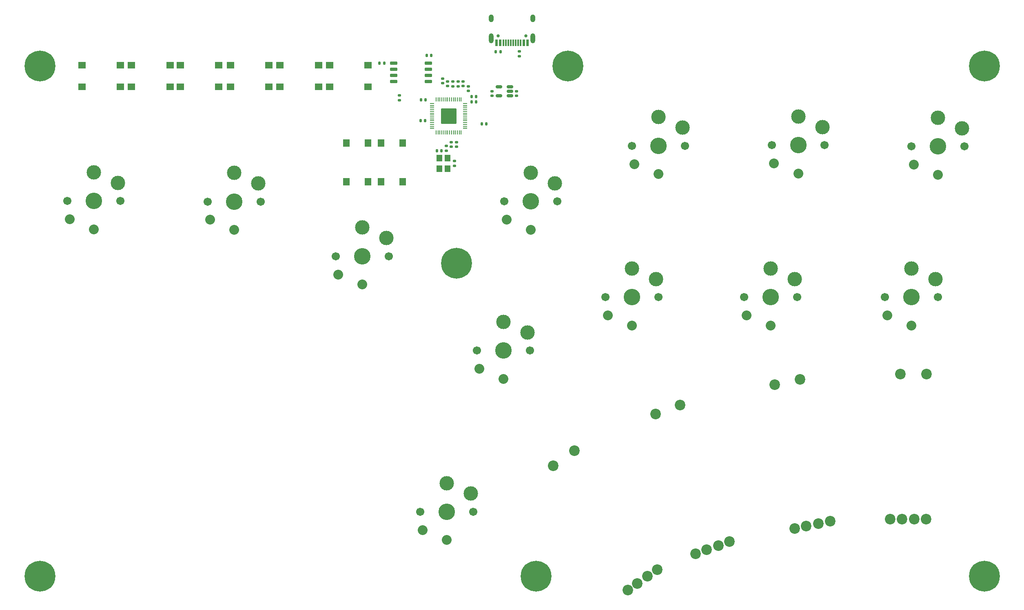
<source format=gbr>
%TF.GenerationSoftware,KiCad,Pcbnew,7.0.2*%
%TF.CreationDate,2023-12-16T15:11:12-05:00*%
%TF.ProjectId,Flatbox-rev7,466c6174-626f-4782-9d72-6576372e6b69,rev?*%
%TF.SameCoordinates,Original*%
%TF.FileFunction,Soldermask,Top*%
%TF.FilePolarity,Negative*%
%FSLAX46Y46*%
G04 Gerber Fmt 4.6, Leading zero omitted, Abs format (unit mm)*
G04 Created by KiCad (PCBNEW 7.0.2) date 2023-12-16 15:11:12*
%MOMM*%
%LPD*%
G01*
G04 APERTURE LIST*
G04 Aperture macros list*
%AMRoundRect*
0 Rectangle with rounded corners*
0 $1 Rounding radius*
0 $2 $3 $4 $5 $6 $7 $8 $9 X,Y pos of 4 corners*
0 Add a 4 corners polygon primitive as box body*
4,1,4,$2,$3,$4,$5,$6,$7,$8,$9,$2,$3,0*
0 Add four circle primitives for the rounded corners*
1,1,$1+$1,$2,$3*
1,1,$1+$1,$4,$5*
1,1,$1+$1,$6,$7*
1,1,$1+$1,$8,$9*
0 Add four rect primitives between the rounded corners*
20,1,$1+$1,$2,$3,$4,$5,0*
20,1,$1+$1,$4,$5,$6,$7,0*
20,1,$1+$1,$6,$7,$8,$9,0*
20,1,$1+$1,$8,$9,$2,$3,0*%
G04 Aperture macros list end*
%ADD10R,1.400000X1.600000*%
%ADD11R,1.600000X1.400000*%
%ADD12C,1.701800*%
%ADD13C,3.000000*%
%ADD14C,3.429000*%
%ADD15C,2.032000*%
%ADD16C,6.400000*%
%ADD17RoundRect,0.135000X-0.185000X0.135000X-0.185000X-0.135000X0.185000X-0.135000X0.185000X0.135000X0*%
%ADD18C,0.650000*%
%ADD19R,0.600000X1.450000*%
%ADD20R,0.300000X1.450000*%
%ADD21O,1.000000X2.100000*%
%ADD22O,1.000000X1.600000*%
%ADD23RoundRect,0.135000X0.135000X0.185000X-0.135000X0.185000X-0.135000X-0.185000X0.135000X-0.185000X0*%
%ADD24RoundRect,0.140000X0.170000X-0.140000X0.170000X0.140000X-0.170000X0.140000X-0.170000X-0.140000X0*%
%ADD25RoundRect,0.140000X-0.140000X-0.170000X0.140000X-0.170000X0.140000X0.170000X-0.140000X0.170000X0*%
%ADD26RoundRect,0.140000X-0.170000X0.140000X-0.170000X-0.140000X0.170000X-0.140000X0.170000X0.140000X0*%
%ADD27RoundRect,0.135000X-0.135000X-0.185000X0.135000X-0.185000X0.135000X0.185000X-0.135000X0.185000X0*%
%ADD28RoundRect,0.150000X0.512500X0.150000X-0.512500X0.150000X-0.512500X-0.150000X0.512500X-0.150000X0*%
%ADD29RoundRect,0.150000X-0.650000X-0.150000X0.650000X-0.150000X0.650000X0.150000X-0.650000X0.150000X0*%
%ADD30RoundRect,0.050000X-0.387500X-0.050000X0.387500X-0.050000X0.387500X0.050000X-0.387500X0.050000X0*%
%ADD31RoundRect,0.050000X-0.050000X-0.387500X0.050000X-0.387500X0.050000X0.387500X-0.050000X0.387500X0*%
%ADD32RoundRect,0.144000X-1.456000X-1.456000X1.456000X-1.456000X1.456000X1.456000X-1.456000X1.456000X0*%
%ADD33R,1.200000X1.400000*%
%ADD34RoundRect,0.140000X0.140000X0.170000X-0.140000X0.170000X-0.140000X-0.170000X0.140000X-0.170000X0*%
%ADD35RoundRect,0.135000X0.185000X-0.135000X0.185000X0.135000X-0.185000X0.135000X-0.185000X-0.135000X0*%
%ADD36C,2.200000*%
G04 APERTURE END LIST*
D10*
%TO.C,SW20*%
X122300000Y-53050000D03*
X122300000Y-61050000D03*
X117800000Y-53050000D03*
X117800000Y-61050000D03*
%TD*%
D11*
%TO.C,SWr1*%
X63753000Y-41366000D03*
X55753000Y-41366000D03*
X63753000Y-36866000D03*
X55753000Y-36866000D03*
%TD*%
D10*
%TO.C,SW19*%
X110650000Y-61050000D03*
X110650000Y-53050000D03*
X115150000Y-61050000D03*
X115150000Y-53050000D03*
%TD*%
D11*
%TO.C,SW6*%
X115125000Y-41366000D03*
X107125000Y-41366000D03*
X115125000Y-36866000D03*
X107125000Y-36866000D03*
%TD*%
%TO.C,SW5*%
X104838000Y-41366000D03*
X96838000Y-41366000D03*
X104838000Y-36866000D03*
X96838000Y-36866000D03*
%TD*%
%TO.C,SW4*%
X94551000Y-41366000D03*
X86551000Y-41366000D03*
X94551000Y-36866000D03*
X86551000Y-36866000D03*
%TD*%
%TO.C,SW3*%
X84137000Y-41366000D03*
X76137000Y-41366000D03*
X84137000Y-36866000D03*
X76137000Y-36866000D03*
%TD*%
%TO.C,SW2*%
X74010000Y-41366000D03*
X66010000Y-41366000D03*
X74010000Y-36866000D03*
X66010000Y-36866000D03*
%TD*%
D12*
%TO.C,SW8*%
X81820000Y-65170000D03*
D13*
X87320000Y-59220000D03*
D14*
X87320000Y-65170000D03*
D13*
X92320000Y-61420000D03*
D12*
X92820000Y-65170000D03*
D15*
X87320000Y-71070000D03*
X82320000Y-68970000D03*
%TD*%
D12*
%TO.C,SW9*%
X108420000Y-76520000D03*
D13*
X113920000Y-70570000D03*
D14*
X113920000Y-76520000D03*
D13*
X118920000Y-72770000D03*
D12*
X119420000Y-76520000D03*
D15*
X113920000Y-82420000D03*
X108920000Y-80320000D03*
%TD*%
D12*
%TO.C,SW10*%
X125920000Y-129620000D03*
D13*
X131420000Y-123670000D03*
D14*
X131420000Y-129620000D03*
D13*
X136420000Y-125870000D03*
D12*
X136920000Y-129620000D03*
D15*
X131420000Y-135520000D03*
X126420000Y-133420000D03*
%TD*%
D12*
%TO.C,SW11*%
X143360000Y-65110000D03*
D13*
X148860000Y-59160000D03*
D14*
X148860000Y-65110000D03*
D13*
X153860000Y-61360000D03*
D12*
X154360000Y-65110000D03*
D15*
X148860000Y-71010000D03*
X143860000Y-68910000D03*
%TD*%
D12*
%TO.C,SW12*%
X169920000Y-53580000D03*
D13*
X175420000Y-47630000D03*
D14*
X175420000Y-53580000D03*
D13*
X180420000Y-49830000D03*
D12*
X180920000Y-53580000D03*
D15*
X175420000Y-59480000D03*
X170420000Y-57380000D03*
%TD*%
D12*
%TO.C,SW13*%
X198890000Y-53460000D03*
D13*
X204390000Y-47510000D03*
D14*
X204390000Y-53460000D03*
D13*
X209390000Y-49710000D03*
D12*
X209890000Y-53460000D03*
D15*
X204390000Y-59360000D03*
X199390000Y-57260000D03*
%TD*%
D12*
%TO.C,SW14*%
X227860000Y-53700000D03*
D13*
X233360000Y-47750000D03*
D14*
X233360000Y-53700000D03*
D13*
X238360000Y-49950000D03*
D12*
X238860000Y-53700000D03*
D15*
X233360000Y-59600000D03*
X228360000Y-57500000D03*
%TD*%
D12*
%TO.C,SW15*%
X137750000Y-96150000D03*
D13*
X143250000Y-90200000D03*
D14*
X143250000Y-96150000D03*
D13*
X148250000Y-92400000D03*
D12*
X148750000Y-96150000D03*
D15*
X143250000Y-102050000D03*
X138250000Y-99950000D03*
%TD*%
D12*
%TO.C,SW16*%
X164360000Y-85040000D03*
D13*
X169860000Y-79090000D03*
D14*
X169860000Y-85040000D03*
D13*
X174860000Y-81290000D03*
D12*
X175360000Y-85040000D03*
D15*
X169860000Y-90940000D03*
X164860000Y-88840000D03*
%TD*%
D12*
%TO.C,SW17*%
X193210000Y-85040000D03*
D13*
X198710000Y-79090000D03*
D14*
X198710000Y-85040000D03*
D13*
X203710000Y-81290000D03*
D12*
X204210000Y-85040000D03*
D15*
X198710000Y-90940000D03*
X193710000Y-88840000D03*
%TD*%
D12*
%TO.C,SW18*%
X222420000Y-85040000D03*
D13*
X227920000Y-79090000D03*
D14*
X227920000Y-85040000D03*
D13*
X232920000Y-81290000D03*
D12*
X233420000Y-85040000D03*
D15*
X227920000Y-90940000D03*
X222920000Y-88840000D03*
%TD*%
D16*
%TO.C,REF\u002A\u002A*%
X47000000Y-37000000D03*
%TD*%
%TO.C,REF\u002A\u002A*%
X47000000Y-143000000D03*
%TD*%
%TO.C,REF\u002A\u002A*%
X243000000Y-143000000D03*
%TD*%
%TO.C,REF\u002A\u002A*%
X243000000Y-37000000D03*
%TD*%
D12*
%TO.C,SW7*%
X52725000Y-65050000D03*
D13*
X58225000Y-59100000D03*
D14*
X58225000Y-65050000D03*
D13*
X63225000Y-61300000D03*
D12*
X63725000Y-65050000D03*
D15*
X58225000Y-70950000D03*
X53225000Y-68850000D03*
%TD*%
D16*
%TO.C,REF\u002A\u002A*%
X156600000Y-37000000D03*
%TD*%
%TO.C,REF\u002A\u002A*%
X133500000Y-78000000D03*
%TD*%
%TO.C,REF\u002A\u002A*%
X150000000Y-143000000D03*
%TD*%
D17*
%TO.C,R7*%
X146550000Y-33990000D03*
X146550000Y-35010000D03*
%TD*%
D18*
%TO.C,USB1*%
X147890000Y-30750000D03*
X142110000Y-30750000D03*
D19*
X148250000Y-32195000D03*
X147450000Y-32195000D03*
D20*
X146750000Y-32195000D03*
X146250000Y-32195000D03*
X145750000Y-32195000D03*
X145250000Y-32195000D03*
X144750000Y-32195000D03*
X144250000Y-32195000D03*
X143750000Y-32195000D03*
X143250000Y-32195000D03*
D19*
X142550000Y-32195000D03*
X141750000Y-32195000D03*
D21*
X149320000Y-31280000D03*
D22*
X149320000Y-27100000D03*
D21*
X140680000Y-31280000D03*
D22*
X140680000Y-27100000D03*
%TD*%
D23*
%TO.C,R6*%
X142660000Y-34050000D03*
X141640000Y-34050000D03*
%TD*%
D24*
%TO.C,C1*%
X145923000Y-43230000D03*
X145923000Y-42270000D03*
%TD*%
D25*
%TO.C,C2*%
X129420000Y-54600000D03*
X130380000Y-54600000D03*
%TD*%
D24*
%TO.C,C4*%
X140843000Y-43230000D03*
X140843000Y-42270000D03*
%TD*%
D25*
%TO.C,C5*%
X127270000Y-34800000D03*
X128230000Y-34800000D03*
%TD*%
D24*
%TO.C,C6*%
X130600000Y-40580000D03*
X130600000Y-39620000D03*
%TD*%
D26*
%TO.C,C7*%
X133450000Y-52820000D03*
X133450000Y-53780000D03*
%TD*%
D24*
%TO.C,C8*%
X134850000Y-41180000D03*
X134850000Y-40220000D03*
%TD*%
%TO.C,C9*%
X131650000Y-41180000D03*
X131650000Y-40220000D03*
%TD*%
%TO.C,C10*%
X135900000Y-42180000D03*
X135900000Y-41220000D03*
%TD*%
D25*
%TO.C,C15*%
X136620000Y-44450000D03*
X137580000Y-44450000D03*
%TD*%
%TO.C,C16*%
X136620000Y-43400000D03*
X137580000Y-43400000D03*
%TD*%
D17*
%TO.C,R1*%
X121650000Y-43090000D03*
X121650000Y-44110000D03*
%TD*%
D27*
%TO.C,R2*%
X117490000Y-36400000D03*
X118510000Y-36400000D03*
%TD*%
D17*
%TO.C,R4*%
X133780000Y-40190000D03*
X133780000Y-41210000D03*
%TD*%
D28*
%TO.C,U1*%
X144537500Y-43200000D03*
X144537500Y-42250000D03*
X144537500Y-41300000D03*
X142262500Y-41300000D03*
X142262500Y-43200000D03*
%TD*%
D29*
%TO.C,U2*%
X120450000Y-36395000D03*
X120450000Y-37665000D03*
X120450000Y-38935000D03*
X120450000Y-40205000D03*
X127650000Y-40205000D03*
X127650000Y-38935000D03*
X127650000Y-37665000D03*
X127650000Y-36395000D03*
%TD*%
D30*
%TO.C,U3*%
X128412500Y-44800000D03*
X128412500Y-45200000D03*
X128412500Y-45600000D03*
X128412500Y-46000000D03*
X128412500Y-46400000D03*
X128412500Y-46800000D03*
X128412500Y-47200000D03*
X128412500Y-47600000D03*
X128412500Y-48000000D03*
X128412500Y-48400000D03*
X128412500Y-48800000D03*
X128412500Y-49200000D03*
X128412500Y-49600000D03*
X128412500Y-50000000D03*
D31*
X129250000Y-50837500D03*
X129650000Y-50837500D03*
X130050000Y-50837500D03*
X130450000Y-50837500D03*
X130850000Y-50837500D03*
X131250000Y-50837500D03*
X131650000Y-50837500D03*
X132050000Y-50837500D03*
X132450000Y-50837500D03*
X132850000Y-50837500D03*
X133250000Y-50837500D03*
X133650000Y-50837500D03*
X134050000Y-50837500D03*
X134450000Y-50837500D03*
D30*
X135287500Y-50000000D03*
X135287500Y-49600000D03*
X135287500Y-49200000D03*
X135287500Y-48800000D03*
X135287500Y-48400000D03*
X135287500Y-48000000D03*
X135287500Y-47600000D03*
X135287500Y-47200000D03*
X135287500Y-46800000D03*
X135287500Y-46400000D03*
X135287500Y-46000000D03*
X135287500Y-45600000D03*
X135287500Y-45200000D03*
X135287500Y-44800000D03*
D31*
X134450000Y-43962500D03*
X134050000Y-43962500D03*
X133650000Y-43962500D03*
X133250000Y-43962500D03*
X132850000Y-43962500D03*
X132450000Y-43962500D03*
X132050000Y-43962500D03*
X131650000Y-43962500D03*
X131250000Y-43962500D03*
X130850000Y-43962500D03*
X130450000Y-43962500D03*
X130050000Y-43962500D03*
X129650000Y-43962500D03*
X129250000Y-43962500D03*
D32*
X131850000Y-47400000D03*
%TD*%
D33*
%TO.C,Y1*%
X129900000Y-56150000D03*
X129900000Y-58350000D03*
X131600000Y-58350000D03*
X131600000Y-56150000D03*
%TD*%
D17*
%TO.C,R3*%
X132700000Y-40190000D03*
X132700000Y-41210000D03*
%TD*%
D26*
%TO.C,C3*%
X133100000Y-56770000D03*
X133100000Y-57730000D03*
%TD*%
D34*
%TO.C,C13*%
X126980000Y-48400000D03*
X126020000Y-48400000D03*
%TD*%
D25*
%TO.C,C12*%
X138712000Y-49022000D03*
X139672000Y-49022000D03*
%TD*%
D35*
%TO.C,R5*%
X131400000Y-54660000D03*
X131400000Y-53640000D03*
%TD*%
D26*
%TO.C,C14*%
X132420000Y-52820000D03*
X132420000Y-53780000D03*
%TD*%
D34*
%TO.C,C11*%
X127080000Y-44000000D03*
X126120000Y-44000000D03*
%TD*%
D36*
%TO.C,F2*%
X185408803Y-137523000D03*
X183106556Y-138360949D03*
X174832089Y-109340858D03*
X179906429Y-107493950D03*
X190154250Y-135795798D03*
X187852004Y-136633748D03*
%TD*%
%TO.C,F4*%
X225903000Y-131128000D03*
X223453000Y-131128000D03*
X225603000Y-101028000D03*
X231003000Y-101028000D03*
X230953000Y-131128000D03*
X228503000Y-131128000D03*
%TD*%
%TO.C,F1*%
X171016428Y-144518888D03*
X169009505Y-145924150D03*
X153506031Y-120034484D03*
X157929452Y-116937171D03*
X175153146Y-141622327D03*
X173146223Y-143027589D03*
%TD*%
%TO.C,F3*%
X206073479Y-132593407D03*
X203677017Y-133102790D03*
X199521893Y-103213537D03*
X204803890Y-102090814D03*
X211013124Y-131543453D03*
X208616663Y-132052836D03*
%TD*%
M02*

</source>
